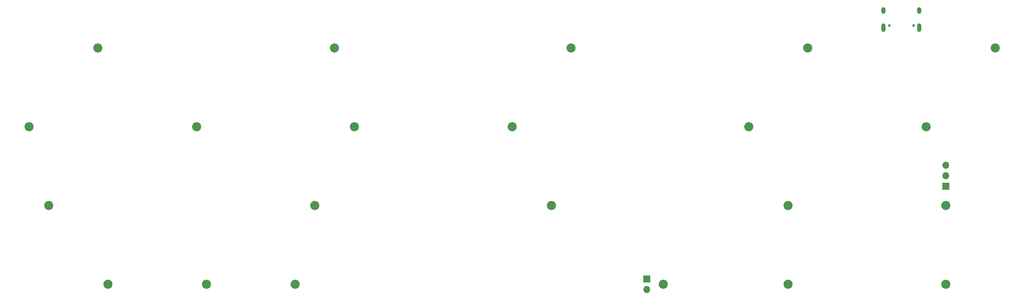
<source format=gbr>
%TF.GenerationSoftware,KiCad,Pcbnew,(7.0.0)*%
%TF.CreationDate,2024-05-03T23:27:27+02:00*%
%TF.ProjectId,minivan,6d696e69-7661-46e2-9e6b-696361645f70,rev?*%
%TF.SameCoordinates,Original*%
%TF.FileFunction,Soldermask,Top*%
%TF.FilePolarity,Negative*%
%FSLAX46Y46*%
G04 Gerber Fmt 4.6, Leading zero omitted, Abs format (unit mm)*
G04 Created by KiCad (PCBNEW (7.0.0)) date 2024-05-03 23:27:27*
%MOMM*%
%LPD*%
G01*
G04 APERTURE LIST*
%ADD10C,2.200000*%
%ADD11R,1.700000X1.700000*%
%ADD12O,1.700000X1.700000*%
%ADD13C,0.650000*%
%ADD14O,1.000000X1.600000*%
%ADD15O,1.000000X2.100000*%
G04 APERTURE END LIST*
D10*
%TO.C,H3*%
X156368750Y-30956250D03*
%TD*%
%TO.C,H18*%
X68262500Y-88106250D03*
%TD*%
%TO.C,H22*%
X246856250Y-88106250D03*
%TD*%
%TO.C,H9*%
X142081250Y-50006250D03*
%TD*%
%TO.C,H4*%
X213518750Y-30956250D03*
%TD*%
%TO.C,H15*%
X208756250Y-69056250D03*
%TD*%
%TO.C,H14*%
X151606250Y-69056250D03*
%TD*%
%TO.C,H12*%
X30162500Y-69056250D03*
%TD*%
%TO.C,H21*%
X208756250Y-88106250D03*
%TD*%
%TO.C,H20*%
X178593750Y-88106250D03*
%TD*%
D11*
%TO.C,SW1*%
X174624999Y-86831249D03*
D12*
X174624999Y-89371249D03*
%TD*%
D10*
%TO.C,H16*%
X246856250Y-69056250D03*
%TD*%
%TO.C,H13*%
X94456250Y-69056250D03*
%TD*%
%TO.C,H5*%
X258762500Y-30956250D03*
%TD*%
%TO.C,H7*%
X65881250Y-50006250D03*
%TD*%
%TO.C,H6*%
X25400000Y-50006250D03*
%TD*%
%TO.C,H10*%
X199231250Y-50006250D03*
%TD*%
%TO.C,H17*%
X44450000Y-88106250D03*
%TD*%
%TO.C,H1*%
X42068750Y-30956250D03*
%TD*%
%TO.C,H19*%
X89693750Y-88106250D03*
%TD*%
%TO.C,H8*%
X103981250Y-50006250D03*
%TD*%
%TO.C,H11*%
X242093750Y-50006250D03*
%TD*%
%TO.C,H2*%
X99218750Y-30956250D03*
%TD*%
D11*
%TO.C,J4*%
X246856249Y-64452499D03*
D12*
X246856249Y-61912499D03*
X246856249Y-59372499D03*
%TD*%
D13*
%TO.C,J3*%
X233234750Y-25580750D03*
X239014750Y-25580750D03*
D14*
X231804749Y-21930749D03*
D15*
X231804749Y-26110749D03*
D14*
X240444749Y-21930749D03*
D15*
X240444749Y-26110749D03*
%TD*%
M02*

</source>
